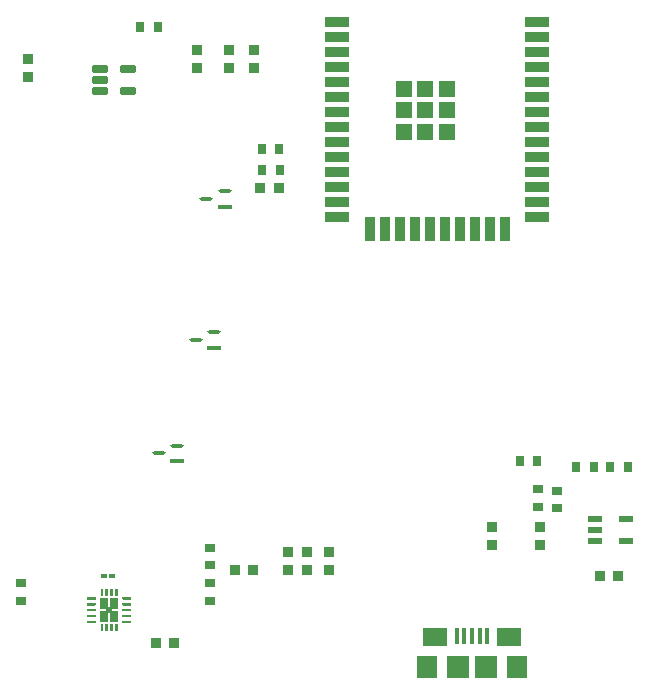
<source format=gtp>
G04*
G04 #@! TF.GenerationSoftware,Altium Limited,Altium Designer,20.1.14 (287)*
G04*
G04 Layer_Color=8421504*
%FSLAX44Y44*%
%MOMM*%
G71*
G04*
G04 #@! TF.SameCoordinates,F73B8E14-7BBA-4DA7-B101-32C151AF21F3*
G04*
G04*
G04 #@! TF.FilePolarity,Positive*
G04*
G01*
G75*
G04:AMPARAMS|DCode=16|XSize=1.35mm|YSize=0.6mm|CornerRadius=0.075mm|HoleSize=0mm|Usage=FLASHONLY|Rotation=0.000|XOffset=0mm|YOffset=0mm|HoleType=Round|Shape=RoundedRectangle|*
%AMROUNDEDRECTD16*
21,1,1.3500,0.4500,0,0,0.0*
21,1,1.2000,0.6000,0,0,0.0*
1,1,0.1500,0.6000,-0.2250*
1,1,0.1500,-0.6000,-0.2250*
1,1,0.1500,-0.6000,0.2250*
1,1,0.1500,0.6000,0.2250*
%
%ADD16ROUNDEDRECTD16*%
%ADD17R,1.2700X0.5588*%
%ADD18R,0.8500X0.8500*%
%ADD19R,2.0000X0.9000*%
%ADD20R,0.9000X2.0000*%
%ADD21R,1.3300X1.3300*%
%ADD22R,0.7000X0.9000*%
%ADD23R,1.1640X0.3358*%
G04:AMPARAMS|DCode=24|XSize=1.164mm|YSize=0.3358mm|CornerRadius=0.1679mm|HoleSize=0mm|Usage=FLASHONLY|Rotation=180.000|XOffset=0mm|YOffset=0mm|HoleType=Round|Shape=RoundedRectangle|*
%AMROUNDEDRECTD24*
21,1,1.1640,0.0000,0,0,180.0*
21,1,0.8281,0.3358,0,0,180.0*
1,1,0.3358,-0.4141,0.0000*
1,1,0.3358,0.4141,0.0000*
1,1,0.3358,0.4141,0.0000*
1,1,0.3358,-0.4141,0.0000*
%
%ADD24ROUNDEDRECTD24*%
%ADD25R,0.5000X0.2000*%
%ADD26R,0.5000X0.5000*%
%ADD27R,1.8000X1.9000*%
%ADD28R,1.9000X1.9000*%
%ADD29R,2.1000X1.6000*%
%ADD30R,0.4000X1.3500*%
%ADD31R,0.5000X0.3000*%
%ADD32R,0.8500X0.8500*%
%ADD33R,0.9000X0.7000*%
G36*
X152142Y80818D02*
X149842D01*
Y86818D01*
X152142D01*
Y80818D01*
D02*
G37*
G36*
X148142D02*
X145842D01*
Y86818D01*
X148142D01*
Y80818D01*
D02*
G37*
G36*
X141034Y80372D02*
X141101Y80367D01*
X141167Y80358D01*
X141233Y80346D01*
X141299Y80330D01*
X141363Y80311D01*
X141426Y80289D01*
X141488Y80263D01*
X141549Y80234D01*
X141608Y80203D01*
X141665Y80168D01*
X141720Y80129D01*
X141773Y80089D01*
X141824Y80045D01*
X141873Y79999D01*
X141919Y79950D01*
X141963Y79899D01*
X142003Y79846D01*
X142041Y79791D01*
X142077Y79734D01*
X142108Y79675D01*
X142137Y79614D01*
X142163Y79552D01*
X142185Y79489D01*
X142205Y79425D01*
X142220Y79359D01*
X142232Y79293D01*
X142242Y79218D01*
X142232Y79143D01*
X142220Y79077D01*
X142205Y79011D01*
X142185Y78947D01*
X142163Y78884D01*
X142137Y78822D01*
X142108Y78761D01*
X142077Y78703D01*
X142041Y78645D01*
X142003Y78590D01*
X141963Y78537D01*
X141919Y78486D01*
X141873Y78437D01*
X141824Y78391D01*
X141773Y78347D01*
X141720Y78307D01*
X141665Y78269D01*
X141608Y78233D01*
X141549Y78201D01*
X141488Y78173D01*
X141426Y78147D01*
X141363Y78125D01*
X141299Y78106D01*
X141233Y78090D01*
X141167Y78078D01*
X141101Y78069D01*
X141034Y78064D01*
X140967Y78062D01*
X140900Y78064D01*
X140842Y78068D01*
X134242D01*
Y80368D01*
X140842D01*
X140900Y80372D01*
X140967Y80374D01*
X141034Y80372D01*
D02*
G37*
G36*
Y75372D02*
X141101Y75367D01*
X141167Y75358D01*
X141233Y75346D01*
X141299Y75331D01*
X141363Y75311D01*
X141426Y75289D01*
X141488Y75263D01*
X141549Y75234D01*
X141608Y75202D01*
X141665Y75167D01*
X141720Y75129D01*
X141773Y75089D01*
X141824Y75045D01*
X141873Y74999D01*
X141919Y74950D01*
X141963Y74899D01*
X142003Y74846D01*
X142041Y74791D01*
X142077Y74734D01*
X142108Y74675D01*
X142137Y74614D01*
X142163Y74552D01*
X142185Y74489D01*
X142205Y74425D01*
X142220Y74359D01*
X142232Y74293D01*
X142242Y74218D01*
X142232Y74143D01*
X142220Y74077D01*
X142205Y74011D01*
X142185Y73947D01*
X142163Y73884D01*
X142137Y73822D01*
X142108Y73761D01*
X142077Y73703D01*
X142041Y73645D01*
X142003Y73590D01*
X141963Y73537D01*
X141919Y73486D01*
X141873Y73437D01*
X141824Y73391D01*
X141773Y73347D01*
X141720Y73307D01*
X141665Y73269D01*
X141608Y73233D01*
X141549Y73202D01*
X141488Y73173D01*
X141426Y73147D01*
X141363Y73125D01*
X141299Y73106D01*
X141233Y73090D01*
X141167Y73078D01*
X141101Y73069D01*
X141034Y73064D01*
X140967Y73062D01*
X140900Y73064D01*
X140842Y73068D01*
X134242D01*
Y75368D01*
X140842D01*
X140900Y75372D01*
X140967Y75374D01*
X141034Y75372D01*
D02*
G37*
G36*
X151892Y70318D02*
X145392D01*
Y79318D01*
X151892D01*
Y70318D01*
D02*
G37*
G36*
X141034Y70372D02*
X141101Y70367D01*
X141167Y70358D01*
X141233Y70346D01*
X141299Y70331D01*
X141363Y70311D01*
X141426Y70289D01*
X141488Y70263D01*
X141549Y70234D01*
X141608Y70202D01*
X141665Y70167D01*
X141720Y70129D01*
X141773Y70089D01*
X141824Y70045D01*
X141873Y69999D01*
X141919Y69950D01*
X141963Y69899D01*
X142003Y69846D01*
X142041Y69791D01*
X142077Y69734D01*
X142108Y69675D01*
X142137Y69614D01*
X142163Y69552D01*
X142185Y69489D01*
X142205Y69425D01*
X142220Y69359D01*
X142232Y69293D01*
X142242Y69218D01*
X142232Y69143D01*
X142220Y69077D01*
X142205Y69011D01*
X142185Y68947D01*
X142163Y68884D01*
X142137Y68822D01*
X142108Y68761D01*
X142077Y68703D01*
X142041Y68645D01*
X142003Y68590D01*
X141963Y68537D01*
X141919Y68486D01*
X141873Y68437D01*
X141824Y68391D01*
X141773Y68347D01*
X141720Y68307D01*
X141665Y68269D01*
X141608Y68233D01*
X141549Y68201D01*
X141488Y68173D01*
X141426Y68147D01*
X141363Y68125D01*
X141299Y68106D01*
X141233Y68090D01*
X141167Y68078D01*
X141101Y68069D01*
X141034Y68064D01*
X140967Y68062D01*
X140900Y68064D01*
X140842Y68068D01*
X134242D01*
Y70368D01*
X140842D01*
X140900Y70372D01*
X140967Y70374D01*
X141034Y70372D01*
D02*
G37*
G36*
Y65372D02*
X141101Y65367D01*
X141167Y65358D01*
X141233Y65346D01*
X141299Y65331D01*
X141363Y65311D01*
X141426Y65289D01*
X141488Y65263D01*
X141549Y65234D01*
X141608Y65202D01*
X141665Y65167D01*
X141720Y65129D01*
X141773Y65089D01*
X141824Y65045D01*
X141873Y64999D01*
X141919Y64950D01*
X141963Y64899D01*
X142003Y64846D01*
X142041Y64791D01*
X142077Y64734D01*
X142108Y64675D01*
X142137Y64614D01*
X142163Y64552D01*
X142185Y64489D01*
X142205Y64425D01*
X142220Y64359D01*
X142232Y64293D01*
X142242Y64218D01*
X142232Y64143D01*
X142220Y64077D01*
X142205Y64012D01*
X142185Y63947D01*
X142163Y63884D01*
X142137Y63822D01*
X142108Y63761D01*
X142077Y63703D01*
X142041Y63645D01*
X142003Y63590D01*
X141963Y63537D01*
X141919Y63486D01*
X141873Y63437D01*
X141824Y63391D01*
X141773Y63347D01*
X141720Y63307D01*
X141665Y63269D01*
X141608Y63234D01*
X141549Y63201D01*
X141488Y63173D01*
X141426Y63147D01*
X141363Y63125D01*
X141299Y63106D01*
X141233Y63090D01*
X141167Y63078D01*
X141101Y63069D01*
X141034Y63064D01*
X140967Y63062D01*
X140900Y63064D01*
X140842Y63068D01*
X134242D01*
Y65368D01*
X140842D01*
X140900Y65372D01*
X140967Y65374D01*
X141034Y65372D01*
D02*
G37*
G36*
X151892Y59118D02*
X145392D01*
Y68118D01*
X151892D01*
Y59118D01*
D02*
G37*
G36*
X141034Y60372D02*
X141101Y60367D01*
X141167Y60358D01*
X141233Y60346D01*
X141299Y60331D01*
X141363Y60311D01*
X141426Y60289D01*
X141488Y60263D01*
X141549Y60234D01*
X141608Y60202D01*
X141665Y60167D01*
X141720Y60129D01*
X141773Y60089D01*
X141824Y60045D01*
X141873Y59999D01*
X141919Y59950D01*
X141963Y59899D01*
X142003Y59846D01*
X142041Y59791D01*
X142077Y59734D01*
X142108Y59675D01*
X142137Y59614D01*
X142163Y59552D01*
X142185Y59489D01*
X142205Y59425D01*
X142220Y59359D01*
X142232Y59293D01*
X142242Y59218D01*
X142232Y59143D01*
X142220Y59077D01*
X142205Y59011D01*
X142185Y58947D01*
X142163Y58884D01*
X142137Y58822D01*
X142108Y58761D01*
X142077Y58703D01*
X142041Y58645D01*
X142003Y58590D01*
X141963Y58537D01*
X141919Y58486D01*
X141873Y58437D01*
X141824Y58391D01*
X141773Y58347D01*
X141720Y58307D01*
X141665Y58269D01*
X141608Y58233D01*
X141549Y58201D01*
X141488Y58173D01*
X141426Y58147D01*
X141363Y58125D01*
X141299Y58106D01*
X141233Y58090D01*
X141167Y58078D01*
X141101Y58069D01*
X141034Y58064D01*
X140967Y58062D01*
X140900Y58064D01*
X140842Y58068D01*
X134242D01*
Y60368D01*
X140842D01*
X140900Y60372D01*
X140967Y60374D01*
X141034Y60372D01*
D02*
G37*
G36*
X152142Y51618D02*
X149842D01*
Y57618D01*
X152142D01*
Y51618D01*
D02*
G37*
G36*
X148142D02*
X145842D01*
Y57618D01*
X148142D01*
Y51618D01*
D02*
G37*
G36*
X160142Y80818D02*
X157842D01*
Y86818D01*
X160142D01*
Y80818D01*
D02*
G37*
G36*
X156142D02*
X153842D01*
Y86818D01*
X156142D01*
Y80818D01*
D02*
G37*
G36*
X165084Y80372D02*
X165142Y80368D01*
X171742D01*
Y78068D01*
X165142D01*
X165084Y78064D01*
X165017Y78062D01*
X164950Y78064D01*
X164883Y78069D01*
X164817Y78078D01*
X164751Y78090D01*
X164685Y78106D01*
X164621Y78125D01*
X164558Y78147D01*
X164496Y78173D01*
X164435Y78201D01*
X164376Y78233D01*
X164319Y78269D01*
X164264Y78307D01*
X164211Y78347D01*
X164160Y78391D01*
X164111Y78437D01*
X164065Y78486D01*
X164021Y78537D01*
X163981Y78590D01*
X163943Y78645D01*
X163908Y78703D01*
X163876Y78761D01*
X163847Y78822D01*
X163821Y78884D01*
X163799Y78947D01*
X163780Y79011D01*
X163764Y79077D01*
X163752Y79143D01*
X163742Y79218D01*
X163752Y79293D01*
X163764Y79359D01*
X163780Y79425D01*
X163799Y79489D01*
X163821Y79552D01*
X163847Y79614D01*
X163876Y79675D01*
X163908Y79734D01*
X163943Y79791D01*
X163981Y79846D01*
X164021Y79899D01*
X164065Y79950D01*
X164111Y79999D01*
X164160Y80045D01*
X164211Y80089D01*
X164264Y80129D01*
X164319Y80168D01*
X164376Y80203D01*
X164435Y80234D01*
X164496Y80263D01*
X164558Y80289D01*
X164621Y80311D01*
X164685Y80330D01*
X164751Y80346D01*
X164817Y80358D01*
X164883Y80367D01*
X164950Y80372D01*
X165017Y80374D01*
X165084Y80372D01*
D02*
G37*
G36*
Y75372D02*
X165142Y75368D01*
X171742D01*
Y73068D01*
X165142D01*
X165084Y73064D01*
X165017Y73062D01*
X164950Y73064D01*
X164883Y73069D01*
X164817Y73078D01*
X164751Y73090D01*
X164685Y73106D01*
X164621Y73125D01*
X164558Y73147D01*
X164496Y73173D01*
X164435Y73202D01*
X164376Y73233D01*
X164319Y73269D01*
X164264Y73307D01*
X164211Y73347D01*
X164160Y73391D01*
X164111Y73437D01*
X164065Y73486D01*
X164021Y73537D01*
X163981Y73590D01*
X163943Y73645D01*
X163908Y73703D01*
X163876Y73761D01*
X163847Y73822D01*
X163821Y73884D01*
X163799Y73947D01*
X163780Y74011D01*
X163764Y74077D01*
X163752Y74143D01*
X163742Y74218D01*
X163752Y74293D01*
X163764Y74359D01*
X163780Y74425D01*
X163799Y74489D01*
X163821Y74552D01*
X163847Y74614D01*
X163876Y74675D01*
X163908Y74734D01*
X163943Y74791D01*
X163981Y74846D01*
X164021Y74899D01*
X164065Y74950D01*
X164111Y74999D01*
X164160Y75045D01*
X164211Y75089D01*
X164264Y75129D01*
X164319Y75167D01*
X164376Y75202D01*
X164435Y75234D01*
X164496Y75263D01*
X164558Y75289D01*
X164621Y75311D01*
X164685Y75331D01*
X164751Y75346D01*
X164817Y75358D01*
X164883Y75367D01*
X164950Y75372D01*
X165017Y75374D01*
X165084Y75372D01*
D02*
G37*
G36*
X160592Y70318D02*
X154092D01*
Y79318D01*
X160592D01*
Y70318D01*
D02*
G37*
G36*
X165084Y70372D02*
X165142Y70368D01*
X171742D01*
Y68068D01*
X165142D01*
X165084Y68064D01*
X165017Y68062D01*
X164950Y68064D01*
X164883Y68069D01*
X164817Y68078D01*
X164751Y68090D01*
X164685Y68106D01*
X164621Y68125D01*
X164558Y68147D01*
X164496Y68173D01*
X164435Y68201D01*
X164376Y68233D01*
X164319Y68269D01*
X164264Y68307D01*
X164211Y68347D01*
X164160Y68391D01*
X164111Y68437D01*
X164065Y68486D01*
X164021Y68537D01*
X163981Y68590D01*
X163943Y68645D01*
X163908Y68703D01*
X163876Y68761D01*
X163847Y68822D01*
X163821Y68884D01*
X163799Y68947D01*
X163780Y69011D01*
X163764Y69077D01*
X163752Y69143D01*
X163742Y69218D01*
X163752Y69293D01*
X163764Y69359D01*
X163780Y69425D01*
X163799Y69489D01*
X163821Y69552D01*
X163847Y69614D01*
X163876Y69675D01*
X163908Y69734D01*
X163943Y69791D01*
X163981Y69846D01*
X164021Y69899D01*
X164065Y69950D01*
X164111Y69999D01*
X164160Y70045D01*
X164211Y70089D01*
X164264Y70129D01*
X164319Y70167D01*
X164376Y70202D01*
X164435Y70234D01*
X164496Y70263D01*
X164558Y70289D01*
X164621Y70311D01*
X164685Y70331D01*
X164751Y70346D01*
X164817Y70358D01*
X164883Y70367D01*
X164950Y70372D01*
X165017Y70374D01*
X165084Y70372D01*
D02*
G37*
G36*
Y65372D02*
X165142Y65368D01*
X171742D01*
Y63068D01*
X165142D01*
X165084Y63064D01*
X165017Y63062D01*
X164950Y63064D01*
X164883Y63069D01*
X164817Y63078D01*
X164751Y63090D01*
X164685Y63106D01*
X164621Y63125D01*
X164558Y63147D01*
X164496Y63173D01*
X164435Y63201D01*
X164376Y63234D01*
X164319Y63269D01*
X164264Y63307D01*
X164211Y63347D01*
X164160Y63391D01*
X164111Y63437D01*
X164065Y63486D01*
X164021Y63537D01*
X163981Y63590D01*
X163943Y63645D01*
X163908Y63703D01*
X163876Y63761D01*
X163847Y63822D01*
X163821Y63884D01*
X163799Y63947D01*
X163780Y64012D01*
X163764Y64077D01*
X163752Y64143D01*
X163742Y64218D01*
X163752Y64293D01*
X163764Y64359D01*
X163780Y64425D01*
X163799Y64489D01*
X163821Y64552D01*
X163847Y64614D01*
X163876Y64675D01*
X163908Y64734D01*
X163943Y64791D01*
X163981Y64846D01*
X164021Y64899D01*
X164065Y64950D01*
X164111Y64999D01*
X164160Y65045D01*
X164211Y65089D01*
X164264Y65129D01*
X164319Y65167D01*
X164376Y65202D01*
X164435Y65234D01*
X164496Y65263D01*
X164558Y65289D01*
X164621Y65311D01*
X164685Y65331D01*
X164751Y65346D01*
X164817Y65358D01*
X164883Y65367D01*
X164950Y65372D01*
X165017Y65374D01*
X165084Y65372D01*
D02*
G37*
G36*
X160592Y59118D02*
X154092D01*
Y68118D01*
X160592D01*
Y59118D01*
D02*
G37*
G36*
X165084Y60372D02*
X165142Y60368D01*
X171742D01*
Y58068D01*
X165142D01*
X165084Y58064D01*
X165017Y58062D01*
X164950Y58064D01*
X164883Y58069D01*
X164817Y58078D01*
X164751Y58090D01*
X164685Y58106D01*
X164621Y58125D01*
X164558Y58147D01*
X164496Y58173D01*
X164435Y58201D01*
X164376Y58233D01*
X164319Y58269D01*
X164264Y58307D01*
X164211Y58347D01*
X164160Y58391D01*
X164111Y58437D01*
X164065Y58486D01*
X164021Y58537D01*
X163981Y58590D01*
X163943Y58645D01*
X163908Y58703D01*
X163876Y58761D01*
X163847Y58822D01*
X163821Y58884D01*
X163799Y58947D01*
X163780Y59011D01*
X163764Y59077D01*
X163752Y59143D01*
X163742Y59218D01*
X163752Y59293D01*
X163764Y59359D01*
X163780Y59425D01*
X163799Y59489D01*
X163821Y59552D01*
X163847Y59614D01*
X163876Y59675D01*
X163908Y59734D01*
X163943Y59791D01*
X163981Y59846D01*
X164021Y59899D01*
X164065Y59950D01*
X164111Y59999D01*
X164160Y60045D01*
X164211Y60089D01*
X164264Y60129D01*
X164319Y60167D01*
X164376Y60202D01*
X164435Y60234D01*
X164496Y60263D01*
X164558Y60289D01*
X164621Y60311D01*
X164685Y60331D01*
X164751Y60346D01*
X164817Y60358D01*
X164883Y60367D01*
X164950Y60372D01*
X165017Y60374D01*
X165084Y60372D01*
D02*
G37*
G36*
X160142Y51618D02*
X157842D01*
Y57618D01*
X160142D01*
Y51618D01*
D02*
G37*
G36*
X156142D02*
X153842D01*
Y57618D01*
X156142D01*
Y51618D01*
D02*
G37*
D16*
X145630Y527660D02*
D03*
Y518160D02*
D03*
Y508660D02*
D03*
X169330D02*
D03*
Y527660D02*
D03*
D17*
X564388Y146558D02*
D03*
Y137160D02*
D03*
Y127762D02*
D03*
X590296D02*
D03*
Y146558D02*
D03*
D18*
X339000Y118290D02*
D03*
Y102790D02*
D03*
X517652Y139830D02*
D03*
Y124330D02*
D03*
X304202Y103298D02*
D03*
Y118798D02*
D03*
X84074Y536070D02*
D03*
Y520570D02*
D03*
X227584Y528190D02*
D03*
Y543690D02*
D03*
X477012Y124330D02*
D03*
Y139830D02*
D03*
X275844Y528320D02*
D03*
Y543820D02*
D03*
X254254Y528320D02*
D03*
Y543820D02*
D03*
X320712Y118668D02*
D03*
Y103168D02*
D03*
D19*
X345562Y567190D02*
D03*
Y554490D02*
D03*
Y541790D02*
D03*
Y529090D02*
D03*
Y516390D02*
D03*
Y503690D02*
D03*
Y490990D02*
D03*
Y478290D02*
D03*
Y465590D02*
D03*
Y452890D02*
D03*
Y440190D02*
D03*
Y427490D02*
D03*
Y414790D02*
D03*
Y402090D02*
D03*
X515562D02*
D03*
Y414790D02*
D03*
Y427490D02*
D03*
Y440190D02*
D03*
Y452890D02*
D03*
Y465590D02*
D03*
Y478290D02*
D03*
Y490990D02*
D03*
Y503690D02*
D03*
Y516390D02*
D03*
Y529090D02*
D03*
Y541790D02*
D03*
Y554490D02*
D03*
Y567190D02*
D03*
D20*
X373412Y392090D02*
D03*
X386112D02*
D03*
X398812D02*
D03*
X411512D02*
D03*
X424212D02*
D03*
X436912D02*
D03*
X449612D02*
D03*
X462312D02*
D03*
X475012D02*
D03*
X487712D02*
D03*
D21*
X402212Y510540D02*
D03*
X420562D02*
D03*
X438912D02*
D03*
X402212Y492190D02*
D03*
X420562D02*
D03*
X438912D02*
D03*
X402212Y473840D02*
D03*
X420562D02*
D03*
X438912D02*
D03*
D22*
X297448Y441706D02*
D03*
X282448D02*
D03*
X515500Y195580D02*
D03*
X500500D02*
D03*
X563506Y190246D02*
D03*
X548506D02*
D03*
X591954Y190754D02*
D03*
X576954D02*
D03*
X194444Y562864D02*
D03*
X179444D02*
D03*
X282194Y459486D02*
D03*
X297194D02*
D03*
D23*
X250779Y410822D02*
D03*
X210647Y195430D02*
D03*
X241889Y291442D02*
D03*
D24*
X250779Y423822D02*
D03*
X235377Y417322D02*
D03*
X195245Y201930D02*
D03*
X210647Y208430D02*
D03*
X226487Y297942D02*
D03*
X241889Y304442D02*
D03*
D25*
X167742Y79218D02*
D03*
Y74218D02*
D03*
Y69218D02*
D03*
Y64218D02*
D03*
Y59218D02*
D03*
X138242D02*
D03*
Y64218D02*
D03*
Y69218D02*
D03*
Y74218D02*
D03*
Y79218D02*
D03*
D26*
X152992Y69218D02*
D03*
D27*
X498186Y20828D02*
D03*
X422186D02*
D03*
D28*
X472186D02*
D03*
X448186D02*
D03*
D29*
X491186Y46328D02*
D03*
X429186D02*
D03*
D30*
X473186Y47578D02*
D03*
X447186D02*
D03*
X466686D02*
D03*
X453686D02*
D03*
X460186D02*
D03*
D31*
X155500Y98094D02*
D03*
X148500D02*
D03*
D32*
X207812Y41198D02*
D03*
X192312D02*
D03*
X275122Y103428D02*
D03*
X259622D02*
D03*
X583822Y97790D02*
D03*
X568322D02*
D03*
X296548Y426212D02*
D03*
X281048D02*
D03*
D33*
X238162Y122118D02*
D03*
Y107118D02*
D03*
X238162Y91758D02*
D03*
Y76758D02*
D03*
X78142Y91878D02*
D03*
Y76878D02*
D03*
X516382Y156330D02*
D03*
Y171330D02*
D03*
X531876Y170314D02*
D03*
Y155314D02*
D03*
M02*

</source>
